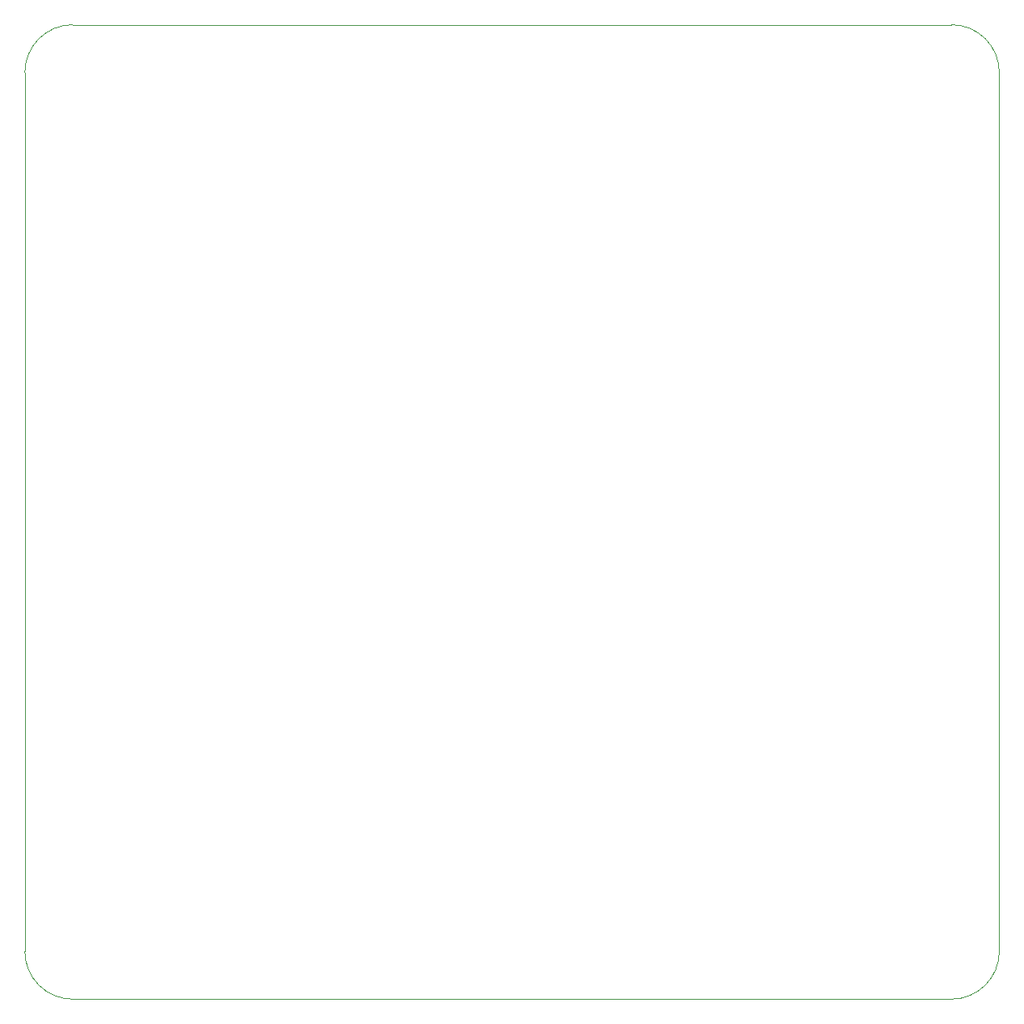
<source format=gbr>
%TF.GenerationSoftware,KiCad,Pcbnew,7.0.6-0*%
%TF.CreationDate,2023-08-21T15:57:04+02:00*%
%TF.ProjectId,Q17-PSU,5131372d-5053-4552-9e6b-696361645f70,1.0*%
%TF.SameCoordinates,Original*%
%TF.FileFunction,Profile,NP*%
%FSLAX46Y46*%
G04 Gerber Fmt 4.6, Leading zero omitted, Abs format (unit mm)*
G04 Created by KiCad (PCBNEW 7.0.6-0) date 2023-08-21 15:57:04*
%MOMM*%
%LPD*%
G01*
G04 APERTURE LIST*
%TA.AperFunction,Profile*%
%ADD10C,0.100000*%
%TD*%
G04 APERTURE END LIST*
D10*
X98053480Y-136988963D02*
X98053480Y-44988963D01*
X195053480Y-141988980D02*
G75*
G03*
X200053480Y-136988963I-80J5000080D01*
G01*
X103053480Y-39988963D02*
X195053480Y-39988963D01*
X195053480Y-141988963D02*
X103053480Y-141988963D01*
X200053480Y-44988963D02*
X200053480Y-136988963D01*
X103053480Y-39988960D02*
G75*
G03*
X98053480Y-44988963I0J-5000000D01*
G01*
X98053537Y-136988963D02*
G75*
G03*
X103053480Y-141988963I4999963J-37D01*
G01*
X200053537Y-44988963D02*
G75*
G03*
X195053480Y-39988963I-5000037J-37D01*
G01*
M02*

</source>
